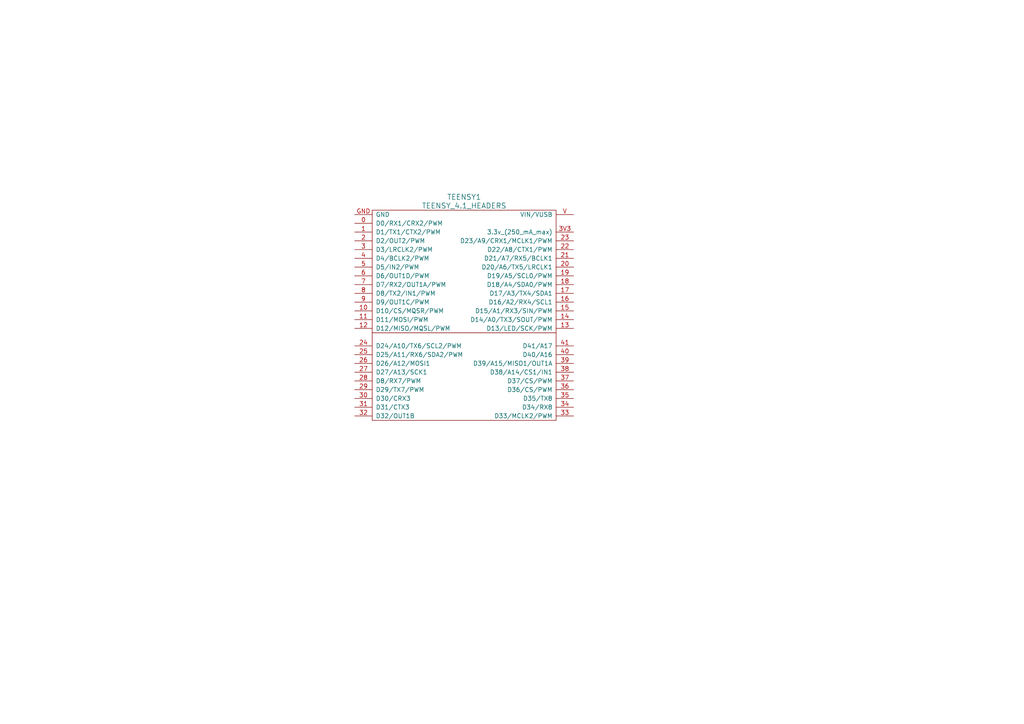
<source format=kicad_sch>
(kicad_sch (version 20230121) (generator eeschema)
  (paper "A4")
  (title_block (title "mouse_joystick_controller") (date "2023-06-07") (rev "2.0") (company "Howard Hughes Medical Institute"))
  (lib_symbols
    (symbol "Janelia:TEENSY_4.1_HEADERS" (pin_names (offset 1.016))
      (property "Reference" "TEENSY" (at 13.97 21.59 0))
      (property "Value" "TEENSY_4.1_HEADERS" (at -11.43 21.59 0))
      (symbol "TEENSY_4.1_HEADERS_0_1"
        (rectangle (start -26.67 -17.78) (end 26.67 -43.18))
        (rectangle (start -26.67 17.78) (end 26.67 -17.78))
      )
      (symbol "TEENSY_4.1_HEADERS_1_1"
        (pin bidirectional line (at -31.75 13.97 0) (length 5.08) (name "D0/RX1/CRX2/PWM") (number "0"))
        (pin bidirectional line (at -31.75 11.43 0) (length 5.08) (name "D1/TX1/CTX2/PWM") (number "1"))
        (pin bidirectional line (at -31.75 -11.43 0) (length 5.08) (name "D10/CS/MQSR/PWM") (number "10"))
        (pin bidirectional line (at -31.75 -13.97 0) (length 5.08) (name "D11/MOSI/PWM") (number "11"))
        (pin bidirectional line (at -31.75 -16.51 0) (length 5.08) (name "D12/MISO/MQSL/PWM") (number "12"))
        (pin bidirectional line (at 31.75 -16.51 180) (length 5.08) (name "D13/LED/SCK/PWM") (number "13"))
        (pin passive line (at 31.75 -13.97 180) (length 5.08) (name "D14/A0/TX3/SOUT/PWM") (number "14"))
        (pin passive line (at 31.75 -11.43 180) (length 5.08) (name "D15/A1/RX3/SIN/PWM") (number "15"))
        (pin passive line (at 31.75 -8.89 180) (length 5.08) (name "D16/A2/RX4/SCL1") (number "16"))
        (pin passive line (at 31.75 -6.35 180) (length 5.08) (name "D17/A3/TX4/SDA1") (number "17"))
        (pin passive line (at 31.75 -3.81 180) (length 5.08) (name "D18/A4/SDA0/PWM") (number "18"))
        (pin passive line (at 31.75 -1.27 180) (length 5.08) (name "D19/A5/SCL0/PWM") (number "19"))
        (pin bidirectional line (at -31.75 8.89 0) (length 5.08) (name "D2/OUT2/PWM") (number "2"))
        (pin passive line (at 31.75 1.27 180) (length 5.08) (name "D20/A6/TX5/LRCLK1") (number "20"))
        (pin passive line (at 31.75 3.81 180) (length 5.08) (name "D21/A7/RX5/BCLK1") (number "21"))
        (pin passive line (at 31.75 6.35 180) (length 5.08) (name "D22/A8/CTX1/PWM") (number "22"))
        (pin passive line (at 31.75 8.89 180) (length 5.08) (name "D23/A9/CRX1/MCLK1/PWM") (number "23"))
        (pin passive line (at -31.75 -21.59 0) (length 5.08) (name "D24/A10/TX6/SCL2/PWM") (number "24"))
        (pin passive line (at -31.75 -24.13 0) (length 5.08) (name "D25/A11/RX6/SDA2/PWM") (number "25"))
        (pin passive line (at -31.75 -26.67 0) (length 5.08) (name "D26/A12/MOSI1") (number "26"))
        (pin passive line (at -31.75 -29.21 0) (length 5.08) (name "D27/A13/SCK1") (number "27"))
        (pin bidirectional line (at -31.75 -31.75 0) (length 5.08) (name "D8/RX7/PWM") (number "28"))
        (pin bidirectional line (at -31.75 -34.29 0) (length 5.08) (name "D29/TX7/PWM") (number "29"))
        (pin bidirectional line (at -31.75 6.35 0) (length 5.08) (name "D3/LRCLK2/PWM") (number "3"))
        (pin bidirectional line (at -31.75 -36.83 0) (length 5.08) (name "D30/CRX3") (number "30"))
        (pin bidirectional line (at -31.75 -39.37 0) (length 5.08) (name "D31/CTX3") (number "31"))
        (pin bidirectional line (at -31.75 -41.91 0) (length 5.08) (name "D32/OUT1B") (number "32"))
        (pin bidirectional line (at 31.75 -41.91 180) (length 5.08) (name "D33/MCLK2/PWM") (number "33"))
        (pin bidirectional line (at 31.75 -39.37 180) (length 5.08) (name "D34/RX8") (number "34"))
        (pin bidirectional line (at 31.75 -36.83 180) (length 5.08) (name "D35/TX8") (number "35"))
        (pin bidirectional line (at 31.75 -34.29 180) (length 5.08) (name "D36/CS/PWM") (number "36"))
        (pin bidirectional line (at 31.75 -31.75 180) (length 5.08) (name "D37/CS/PWM") (number "37"))
        (pin passive line (at 31.75 -29.21 180) (length 5.08) (name "D38/A14/CS1/IN1") (number "38"))
        (pin passive line (at 31.75 -26.67 180) (length 5.08) (name "D39/A15/MISO1/OUT1A") (number "39"))
        (pin power_out line (at 31.75 11.43 180) (length 5.08) (name "3.3v_(250_mA_max)") (number "3V3"))
        (pin bidirectional line (at -31.75 3.81 0) (length 5.08) (name "D4/BCLK2/PWM") (number "4"))
        (pin passive line (at 31.75 -24.13 180) (length 5.08) (name "D40/A16") (number "40"))
        (pin passive line (at 31.75 -21.59 180) (length 5.08) (name "D41/A17") (number "41"))
        (pin bidirectional line (at -31.75 1.27 0) (length 5.08) (name "D5/IN2/PWM") (number "5"))
        (pin bidirectional line (at -31.75 -1.27 0) (length 5.08) (name "D6/OUT1D/PWM") (number "6"))
        (pin bidirectional line (at -31.75 -3.81 0) (length 5.08) (name "D7/RX2/OUT1A/PWM") (number "7"))
        (pin bidirectional line (at -31.75 -6.35 0) (length 5.08) (name "D8/TX2/IN1/PWM") (number "8"))
        (pin bidirectional line (at -31.75 -8.89 0) (length 5.08) (name "D9/OUT1C/PWM") (number "9"))
        (pin passive line (at -31.75 16.51 0) (length 5.08) (name "GND") (number "GND"))
        (pin passive line (at 31.75 16.51 180) (length 5.08) (name "VIN/VUSB") (number "V"))
      )
    )
  )
  (symbol (lib_id "Janelia:TEENSY_4.1_HEADERS") (at 134.62 78.74 0) (unit 1)
    (property "Reference" "TEENSY1" (at 134.62 57.15 0) (effects (font (size 1.524 1.524))))
    (property "Value" "TEENSY_4.1_HEADERS" (at 134.62 59.69 0) (effects (font (size 1.524 1.524))))
    (property "Footprint" "Janelia:TEENSY_4.1_HEADERS" (effects hide))
    (property "Vendor" "Digi-Key" (effects hide))
    (property "Vendor Part Number" "S7057-ND" (effects hide))
    (property "Description" "CONN HDR 24POS 0.1 GOLD PCB" (effects hide))
    (property "Manufacturer" "Sullins Connector Solutions" (effects hide))
    (property "Manufacturer Part Number" "PPPC241LFBN-RC" (effects hide))
  )
)
</source>
